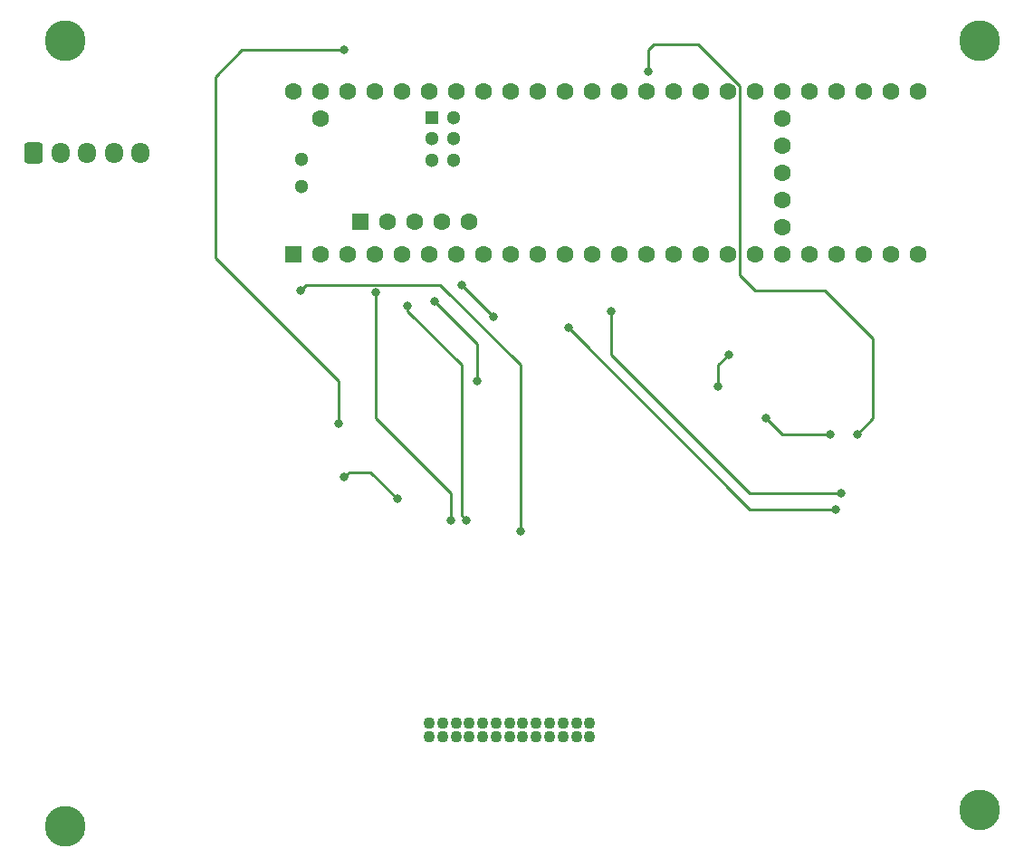
<source format=gbr>
%TF.GenerationSoftware,KiCad,Pcbnew,(6.0.1)*%
%TF.CreationDate,2022-04-12T22:30:48-05:00*%
%TF.ProjectId,singular_SIV,73696e67-756c-4617-925f-5349562e6b69,rev?*%
%TF.SameCoordinates,Original*%
%TF.FileFunction,Copper,L2,Bot*%
%TF.FilePolarity,Positive*%
%FSLAX46Y46*%
G04 Gerber Fmt 4.6, Leading zero omitted, Abs format (unit mm)*
G04 Created by KiCad (PCBNEW (6.0.1)) date 2022-04-12 22:30:48*
%MOMM*%
%LPD*%
G01*
G04 APERTURE LIST*
G04 Aperture macros list*
%AMRoundRect*
0 Rectangle with rounded corners*
0 $1 Rounding radius*
0 $2 $3 $4 $5 $6 $7 $8 $9 X,Y pos of 4 corners*
0 Add a 4 corners polygon primitive as box body*
4,1,4,$2,$3,$4,$5,$6,$7,$8,$9,$2,$3,0*
0 Add four circle primitives for the rounded corners*
1,1,$1+$1,$2,$3*
1,1,$1+$1,$4,$5*
1,1,$1+$1,$6,$7*
1,1,$1+$1,$8,$9*
0 Add four rect primitives between the rounded corners*
20,1,$1+$1,$2,$3,$4,$5,0*
20,1,$1+$1,$4,$5,$6,$7,0*
20,1,$1+$1,$6,$7,$8,$9,0*
20,1,$1+$1,$8,$9,$2,$3,0*%
G04 Aperture macros list end*
%TA.AperFunction,ComponentPad*%
%ADD10RoundRect,0.250000X-0.600000X-0.725000X0.600000X-0.725000X0.600000X0.725000X-0.600000X0.725000X0*%
%TD*%
%TA.AperFunction,ComponentPad*%
%ADD11O,1.700000X1.950000*%
%TD*%
%TA.AperFunction,ConnectorPad*%
%ADD12C,3.800000*%
%TD*%
%TA.AperFunction,ComponentPad*%
%ADD13C,2.600000*%
%TD*%
%TA.AperFunction,ComponentPad*%
%ADD14C,1.100000*%
%TD*%
%TA.AperFunction,ComponentPad*%
%ADD15C,1.300000*%
%TD*%
%TA.AperFunction,ComponentPad*%
%ADD16C,1.600000*%
%TD*%
%TA.AperFunction,ComponentPad*%
%ADD17R,1.300000X1.300000*%
%TD*%
%TA.AperFunction,ComponentPad*%
%ADD18R,1.600000X1.600000*%
%TD*%
%TA.AperFunction,ViaPad*%
%ADD19C,0.800000*%
%TD*%
%TA.AperFunction,Conductor*%
%ADD20C,0.250000*%
%TD*%
G04 APERTURE END LIST*
D10*
%TO.P,J2,1,Pin_1*%
%TO.N,5V*%
X46500000Y-72500000D03*
D11*
%TO.P,J2,2,Pin_2*%
%TO.N,GND*%
X49000000Y-72500000D03*
%TO.P,J2,3,Pin_3*%
%TO.N,unconnected-(J2-Pad3)*%
X51500000Y-72500000D03*
%TO.P,J2,4,Pin_4*%
%TO.N,GND*%
X54000000Y-72500000D03*
%TO.P,J2,5,Pin_5*%
%TO.N,5V*%
X56500000Y-72500000D03*
%TD*%
D12*
%TO.P,REF\u002A\u002A,1*%
%TO.N,N/C*%
X135000000Y-134000000D03*
D13*
X135000000Y-134000000D03*
%TD*%
D12*
%TO.P,REF\u002A\u002A,1*%
%TO.N,N/C*%
X135000000Y-62000000D03*
D13*
X135000000Y-62000000D03*
%TD*%
D12*
%TO.P,REF\u002A\u002A,1*%
%TO.N,N/C*%
X49500000Y-135500000D03*
D13*
X49500000Y-135500000D03*
%TD*%
D12*
%TO.P,REF\u002A\u002A,1*%
%TO.N,N/C*%
X49500000Y-62000000D03*
D13*
X49500000Y-62000000D03*
%TD*%
D14*
%TO.P,J1,26,26*%
%TO.N,I13*%
X83510000Y-127130000D03*
%TO.P,J1,25,25*%
%TO.N,I14*%
X84760000Y-127130000D03*
%TO.P,J1,24,24*%
%TO.N,I15*%
X86010000Y-127130000D03*
%TO.P,J1,23,23*%
%TO.N,GND*%
X87260000Y-127130000D03*
%TO.P,J1,22,22*%
%TO.N,unconnected-(J1-Pad22)*%
X88510000Y-127130000D03*
%TO.P,J1,21,21*%
%TO.N,unconnected-(J1-Pad21)*%
X89760000Y-127130000D03*
%TO.P,J1,20,20*%
%TO.N,unconnected-(J1-Pad20)*%
X91010000Y-127130000D03*
%TO.P,J1,19,19*%
%TO.N,unconnected-(J1-Pad19)*%
X92260000Y-127130000D03*
%TO.P,J1,18,18*%
%TO.N,unconnected-(J1-Pad18)*%
X93510000Y-127130000D03*
%TO.P,J1,17,17*%
%TO.N,unconnected-(J1-Pad17)*%
X94760000Y-127130000D03*
%TO.P,J1,16,16*%
%TO.N,unconnected-(J1-Pad16)*%
X96010000Y-127130000D03*
%TO.P,J1,15,15*%
%TO.N,unconnected-(J1-Pad15)*%
X97260000Y-127130000D03*
%TO.P,J1,14,14*%
%TO.N,GND*%
X98510000Y-127130000D03*
%TO.P,J1,13,13*%
%TO.N,I12*%
X83510000Y-125880000D03*
%TO.P,J1,12,12*%
%TO.N,I11*%
X84760000Y-125880000D03*
%TO.P,J1,11,11*%
%TO.N,I10*%
X86010000Y-125880000D03*
%TO.P,J1,10,10*%
%TO.N,I9*%
X87260000Y-125880000D03*
%TO.P,J1,9,9*%
%TO.N,I8*%
X88510000Y-125880000D03*
%TO.P,J1,8,8*%
%TO.N,I7*%
X89760000Y-125880000D03*
%TO.P,J1,7,7*%
%TO.N,I6*%
X91010000Y-125880000D03*
%TO.P,J1,6,6*%
%TO.N,I5*%
X92260000Y-125880000D03*
%TO.P,J1,5,5*%
%TO.N,I4*%
X93510000Y-125880000D03*
%TO.P,J1,4,4*%
%TO.N,I3*%
X94760000Y-125880000D03*
%TO.P,J1,3,3*%
%TO.N,I2*%
X96010000Y-125880000D03*
%TO.P,J1,2,2*%
%TO.N,I1*%
X97260000Y-125880000D03*
%TO.P,J1,1,1*%
%TO.N,I0*%
X98510000Y-125880000D03*
%TD*%
D15*
%TO.P,U1,66,D-*%
%TO.N,unconnected-(U1-Pad66)*%
X71530000Y-73110000D03*
%TO.P,U1,67,D+*%
%TO.N,unconnected-(U1-Pad67)*%
X71530000Y-75650000D03*
D16*
%TO.P,U1,54,ON_OFF*%
%TO.N,unconnected-(U1-Pad54)*%
X116520000Y-69300000D03*
%TO.P,U1,53,PROGRAM*%
%TO.N,unconnected-(U1-Pad53)*%
X116520000Y-71840000D03*
%TO.P,U1,52,GND*%
%TO.N,unconnected-(U1-Pad52)*%
X116520000Y-74380000D03*
%TO.P,U1,51,3V3*%
%TO.N,unconnected-(U1-Pad51)*%
X116520000Y-76920000D03*
%TO.P,U1,50,VBAT*%
%TO.N,unconnected-(U1-Pad50)*%
X116520000Y-79460000D03*
D15*
%TO.P,U1,62,T-*%
%TO.N,unconnected-(U1-Pad62)*%
X83770000Y-73198400D03*
%TO.P,U1,63,T+*%
%TO.N,unconnected-(U1-Pad63)*%
X85770000Y-73198400D03*
%TO.P,U1,64,GND*%
%TO.N,unconnected-(U1-Pad64)*%
X85770000Y-71198400D03*
%TO.P,U1,61,LED*%
%TO.N,unconnected-(U1-Pad61)*%
X83770000Y-71198400D03*
%TO.P,U1,65,R-*%
%TO.N,unconnected-(U1-Pad65)*%
X85770000Y-69198400D03*
D17*
%TO.P,U1,60,R+*%
%TO.N,unconnected-(U1-Pad60)*%
X83770000Y-69198400D03*
D16*
%TO.P,U1,17,25_A11_RX6_SDA2*%
%TO.N,unconnected-(U1-Pad17)*%
X111440000Y-82000000D03*
%TO.P,U1,18,26_A12_MOSI1*%
%TO.N,unconnected-(U1-Pad18)*%
X113980000Y-82000000D03*
%TO.P,U1,19,27_A13_SCK1*%
%TO.N,unconnected-(U1-Pad19)*%
X116520000Y-82000000D03*
%TO.P,U1,20,28_RX7*%
%TO.N,unconnected-(U1-Pad20)*%
X119060000Y-82000000D03*
%TO.P,U1,16,24_A10_TX6_SCL2*%
%TO.N,unconnected-(U1-Pad16)*%
X108900000Y-82000000D03*
%TO.P,U1,15,3V3*%
%TO.N,unconnected-(U1-Pad15)*%
X106360000Y-82000000D03*
%TO.P,U1,14,12_MISO_MQSL*%
%TO.N,unconnected-(U1-Pad14)*%
X103820000Y-82000000D03*
%TO.P,U1,21,29_TX7*%
%TO.N,unconnected-(U1-Pad21)*%
X121600000Y-82000000D03*
%TO.P,U1,22,30_CRX3*%
%TO.N,unconnected-(U1-Pad22)*%
X124140000Y-82000000D03*
%TO.P,U1,23,31_CTX3*%
%TO.N,unconnected-(U1-Pad23)*%
X126680000Y-82000000D03*
%TO.P,U1,24,32_OUT1B*%
%TO.N,unconnected-(U1-Pad24)*%
X129220000Y-82000000D03*
%TO.P,U1,25,33_MCLK2*%
%TO.N,unconnected-(U1-Pad25)*%
X129220000Y-66760000D03*
%TO.P,U1,26,34_RX8*%
%TO.N,unconnected-(U1-Pad26)*%
X126680000Y-66760000D03*
%TO.P,U1,27,35_TX8*%
%TO.N,unconnected-(U1-Pad27)*%
X124140000Y-66760000D03*
%TO.P,U1,28,36_CS*%
%TO.N,unconnected-(U1-Pad28)*%
X121600000Y-66760000D03*
%TO.P,U1,29,37_CS*%
%TO.N,unconnected-(U1-Pad29)*%
X119060000Y-66760000D03*
%TO.P,U1,30,38_CS1_IN1*%
%TO.N,unconnected-(U1-Pad30)*%
X116520000Y-66760000D03*
%TO.P,U1,31,39_MISO1_OUT1A*%
%TO.N,unconnected-(U1-Pad31)*%
X113980000Y-66760000D03*
%TO.P,U1,32,40_A16*%
%TO.N,unconnected-(U1-Pad32)*%
X111440000Y-66760000D03*
%TO.P,U1,33,41_A17*%
%TO.N,unconnected-(U1-Pad33)*%
X108900000Y-66760000D03*
%TO.P,U1,34,GND*%
%TO.N,unconnected-(U1-Pad34)*%
X106360000Y-66760000D03*
%TO.P,U1,13,11_MOSI_CTX1*%
%TO.N,MOSI*%
X101280000Y-82000000D03*
%TO.P,U1,12,10_CS_MQSR*%
%TO.N,CS*%
X98740000Y-82000000D03*
%TO.P,U1,11,9_OUT1C*%
%TO.N,unconnected-(U1-Pad11)*%
X96200000Y-82000000D03*
%TO.P,U1,10,8_TX2_IN1*%
%TO.N,unconnected-(U1-Pad10)*%
X93660000Y-82000000D03*
%TO.P,U1,9,7_RX2_OUT1A*%
%TO.N,unconnected-(U1-Pad9)*%
X91120000Y-82000000D03*
%TO.P,U1,8,6_OUT1D*%
%TO.N,EN*%
X88580000Y-82000000D03*
%TO.P,U1,7,5_IN2*%
%TO.N,SEL3*%
X86040000Y-82000000D03*
%TO.P,U1,6,4_BCLK2*%
%TO.N,SEL2*%
X83500000Y-82000000D03*
%TO.P,U1,5,3_LRCLK2*%
%TO.N,SEL1*%
X80960000Y-82000000D03*
%TO.P,U1,4,2_OUT2*%
%TO.N,SEL0*%
X78420000Y-82000000D03*
%TO.P,U1,3,1_TX1_CTX2_MISO1*%
%TO.N,unconnected-(U1-Pad3)*%
X75880000Y-82000000D03*
%TO.P,U1,2,0_RX1_CRX2_CS1*%
%TO.N,unconnected-(U1-Pad2)*%
X73340000Y-82000000D03*
D18*
%TO.P,U1,1,GND*%
%TO.N,GND*%
X70800000Y-82000000D03*
D16*
%TO.P,U1,35,13_SCK_LED*%
%TO.N,SCK*%
X103820000Y-66760000D03*
%TO.P,U1,36,14_A0_TX3_SPDIF_OUT*%
%TO.N,A0*%
X101280000Y-66760000D03*
%TO.P,U1,37,15_A1_RX3_SPDIF_IN*%
%TO.N,A1*%
X98740000Y-66760000D03*
%TO.P,U1,38,16_A2_RX4_SCL1*%
%TO.N,unconnected-(U1-Pad38)*%
X96200000Y-66760000D03*
%TO.P,U1,39,17_A3_TX4_SDA1*%
%TO.N,unconnected-(U1-Pad39)*%
X93660000Y-66760000D03*
%TO.P,U1,40,18_A4_SDA*%
%TO.N,unconnected-(U1-Pad40)*%
X91120000Y-66760000D03*
%TO.P,U1,41,19_A5_SCL*%
%TO.N,unconnected-(U1-Pad41)*%
X88580000Y-66760000D03*
%TO.P,U1,42,20_A6_TX5_LRCLK1*%
%TO.N,unconnected-(U1-Pad42)*%
X86040000Y-66760000D03*
%TO.P,U1,43,21_A7_RX5_BCLK1*%
%TO.N,unconnected-(U1-Pad43)*%
X83500000Y-66760000D03*
%TO.P,U1,44,22_A8_CTX1*%
%TO.N,unconnected-(U1-Pad44)*%
X80960000Y-66760000D03*
%TO.P,U1,45,23_A9_CRX1_MCLK1*%
%TO.N,unconnected-(U1-Pad45)*%
X78420000Y-66760000D03*
%TO.P,U1,46,3V3*%
%TO.N,VDD*%
X75880000Y-66760000D03*
%TO.P,U1,47,GND*%
%TO.N,unconnected-(U1-Pad47)*%
X73340000Y-66760000D03*
%TO.P,U1,48,VIN*%
%TO.N,5V*%
X70800000Y-66760000D03*
D18*
%TO.P,U1,55,5V*%
%TO.N,unconnected-(U1-Pad55)*%
X77099200Y-78949200D03*
D16*
%TO.P,U1,56,D-*%
%TO.N,unconnected-(U1-Pad56)*%
X79639200Y-78949200D03*
%TO.P,U1,57,D+*%
%TO.N,unconnected-(U1-Pad57)*%
X82179200Y-78949200D03*
%TO.P,U1,58,GND*%
%TO.N,unconnected-(U1-Pad58)*%
X84719200Y-78949200D03*
%TO.P,U1,59,GND*%
%TO.N,unconnected-(U1-Pad59)*%
X87259200Y-78949200D03*
%TO.P,U1,49,VUSB*%
%TO.N,unconnected-(U1-Pad49)*%
X73340000Y-69300000D03*
%TD*%
D19*
%TO.N,SCK*%
X104010000Y-64880000D03*
X123510000Y-98880000D03*
%TO.N,MOSI*%
X122010000Y-104380000D03*
X100510000Y-87380000D03*
%TO.N,CS*%
X121510000Y-105880000D03*
X96510000Y-88880000D03*
%TO.N,VDD*%
X115010000Y-97380000D03*
X121010000Y-98880000D03*
%TO.N,Net-(DP1-Pad8)*%
X111510000Y-91380000D03*
X110510000Y-94380000D03*
%TO.N,GND*%
X71510000Y-85380000D03*
X92010000Y-107880000D03*
%TO.N,SEL1*%
X81510000Y-86880000D03*
X87010000Y-106880000D03*
%TO.N,SEL0*%
X78510000Y-85604500D03*
X85510000Y-106880000D03*
%TO.N,SEL3*%
X86510000Y-84880000D03*
X89510000Y-87880000D03*
%TO.N,SEL2*%
X88010000Y-93880000D03*
X84010000Y-86380000D03*
%TO.N,VDD*%
X75510000Y-102880000D03*
X80510000Y-104880000D03*
X75510000Y-62880000D03*
X75010000Y-97880000D03*
%TD*%
D20*
%TO.N,SCK*%
X104010000Y-62880000D02*
X104010000Y-64880000D01*
X112564511Y-83934511D02*
X112564511Y-66294211D01*
X114010000Y-85380000D02*
X112564511Y-83934511D01*
X120510000Y-85380000D02*
X114010000Y-85380000D01*
X121010000Y-85880000D02*
X120510000Y-85380000D01*
X108650300Y-62380000D02*
X104510000Y-62380000D01*
X125010000Y-89880000D02*
X121510000Y-86380000D01*
X123510000Y-98880000D02*
X125010000Y-97380000D01*
X125010000Y-97380000D02*
X125010000Y-89880000D01*
X104510000Y-62380000D02*
X104010000Y-62880000D01*
X112564511Y-66294211D02*
X108650300Y-62380000D01*
X121510000Y-86380000D02*
X121010000Y-85880000D01*
%TO.N,MOSI*%
X122010000Y-104380000D02*
X113510000Y-104380000D01*
X113510000Y-104380000D02*
X100510000Y-91380000D01*
X100510000Y-91380000D02*
X100510000Y-87380000D01*
%TO.N,CS*%
X121510000Y-105880000D02*
X113510000Y-105880000D01*
X113510000Y-105880000D02*
X96510000Y-88880000D01*
%TO.N,VDD*%
X117010000Y-98880000D02*
X116510000Y-98880000D01*
X121010000Y-98880000D02*
X117010000Y-98880000D01*
X116510000Y-98880000D02*
X115010000Y-97380000D01*
%TO.N,Net-(DP1-Pad8)*%
X110510000Y-94380000D02*
X110510000Y-92380000D01*
X110510000Y-92380000D02*
X111510000Y-91380000D01*
%TO.N,GND*%
X72010000Y-84880000D02*
X71510000Y-85380000D01*
X73510000Y-84880000D02*
X72010000Y-84880000D01*
X84510000Y-84880000D02*
X73510000Y-84880000D01*
X92010000Y-92380000D02*
X84510000Y-84880000D01*
%TO.N,SEL0*%
X78510000Y-97380000D02*
X78510000Y-85604500D01*
X85510000Y-104380000D02*
X78510000Y-97380000D01*
X85510000Y-106880000D02*
X85510000Y-104380000D01*
%TO.N,GND*%
X92010000Y-107880000D02*
X92010000Y-92380000D01*
%TO.N,SEL1*%
X86510000Y-92380000D02*
X81510000Y-87380000D01*
X86510000Y-93380000D02*
X86510000Y-92380000D01*
X86510000Y-94380000D02*
X86510000Y-93380000D01*
X86510000Y-101380000D02*
X86510000Y-95380000D01*
X86510000Y-106380000D02*
X86510000Y-101380000D01*
X86510000Y-95380000D02*
X86510000Y-94380000D01*
X81510000Y-87380000D02*
X81510000Y-86880000D01*
X87010000Y-106880000D02*
X86510000Y-106380000D01*
%TO.N,SEL3*%
X89510000Y-87880000D02*
X86510000Y-84880000D01*
%TO.N,SEL2*%
X88010000Y-93880000D02*
X88010000Y-91380000D01*
X88010000Y-91380000D02*
X88010000Y-90380000D01*
X88010000Y-90380000D02*
X84010000Y-86380000D01*
%TO.N,VDD*%
X76010000Y-102380000D02*
X75510000Y-102880000D01*
X78010000Y-102380000D02*
X76010000Y-102380000D01*
X80510000Y-104880000D02*
X78010000Y-102380000D01*
X63510000Y-65380000D02*
X66010000Y-62880000D01*
X65510000Y-84380000D02*
X63510000Y-82380000D01*
X75010000Y-93880000D02*
X65510000Y-84380000D01*
X66010000Y-62880000D02*
X75510000Y-62880000D01*
X75010000Y-97880000D02*
X75010000Y-93880000D01*
X63510000Y-82380000D02*
X63510000Y-65380000D01*
%TD*%
M02*

</source>
